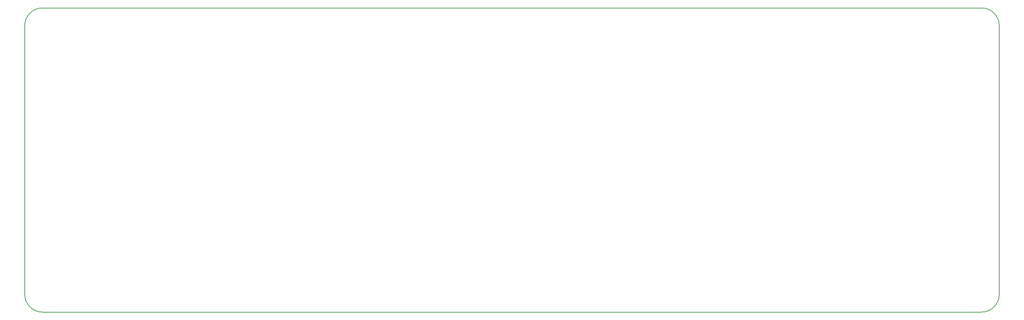
<source format=gbr>
G04 #@! TF.FileFunction,Profile,NP*
%FSLAX46Y46*%
G04 Gerber Fmt 4.6, Leading zero omitted, Abs format (unit mm)*
G04 Created by KiCad (PCBNEW 4.0.7) date Sat Mar 24 11:27:51 2018*
%MOMM*%
%LPD*%
G01*
G04 APERTURE LIST*
%ADD10C,0.100000*%
%ADD11C,0.150000*%
G04 APERTURE END LIST*
D10*
D11*
X76200000Y-131445000D02*
X311150000Y-131445000D01*
X311150000Y-55245000D02*
X76200000Y-55245000D01*
X71755000Y-59690000D02*
X71755000Y-127000000D01*
X315595000Y-59690000D02*
X315595000Y-127000000D01*
X315595000Y-59690000D02*
G75*
G03X311150000Y-55245000I-4445000J0D01*
G01*
X311150000Y-131445000D02*
G75*
G03X315595000Y-127000000I0J4445000D01*
G01*
X71755000Y-127000000D02*
G75*
G03X76200000Y-131445000I4445000J0D01*
G01*
X76200000Y-55245000D02*
G75*
G03X71755000Y-59690000I0J-4445000D01*
G01*
M02*

</source>
